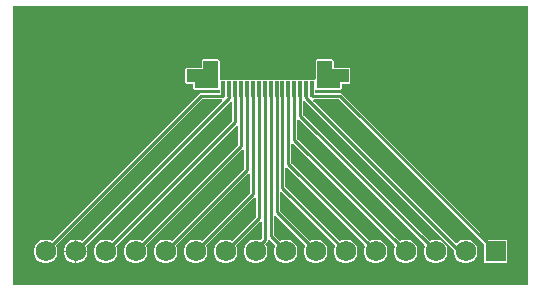
<source format=gtl>
G04*
G04 #@! TF.GenerationSoftware,Altium Limited,Altium Designer,24.5.2 (23)*
G04*
G04 Layer_Physical_Order=1*
G04 Layer_Color=255*
%FSLAX25Y25*%
%MOIN*%
G70*
G04*
G04 #@! TF.SameCoordinates,F3CFCEC6-EA25-4B68-AFD9-C952AC483B48*
G04*
G04*
G04 #@! TF.FilePolarity,Positive*
G04*
G01*
G75*
%ADD12C,0.01000*%
%ADD16R,0.01181X0.05512*%
%ADD17R,0.03937X0.03937*%
%ADD18C,0.06890*%
%ADD19R,0.06890X0.06890*%
G36*
X172426Y803D02*
X803D01*
Y93685D01*
X172426D01*
Y803D01*
D02*
G37*
%LPC*%
G36*
X107185Y76029D02*
X102264D01*
X101881Y75871D01*
X101723Y75488D01*
Y69737D01*
X101583Y69295D01*
X101223Y69295D01*
X73183D01*
Y66039D01*
X72683D01*
Y69295D01*
X70234D01*
X69874Y69295D01*
X69734Y69737D01*
Y75488D01*
X69576Y75871D01*
X69193Y76029D01*
X64272D01*
X63889Y75871D01*
X63731Y75488D01*
Y73273D01*
X58760D01*
X58377Y73115D01*
X58219Y72732D01*
Y68402D01*
X58377Y68019D01*
X58760Y67860D01*
X60975D01*
Y66433D01*
X61133Y66050D01*
X61516Y65892D01*
X69193D01*
X69374Y65967D01*
X69874Y65696D01*
Y64803D01*
X63524D01*
X63133Y64725D01*
X62803Y64504D01*
X13702Y15404D01*
X13251Y15664D01*
X12248Y15933D01*
X11209D01*
X10206Y15664D01*
X9306Y15145D01*
X8572Y14410D01*
X8052Y13511D01*
X7784Y12507D01*
Y11469D01*
X8052Y10465D01*
X8572Y9566D01*
X9306Y8832D01*
X10206Y8312D01*
X11209Y8043D01*
X12248D01*
X13251Y8312D01*
X14151Y8832D01*
X14885Y9566D01*
X15404Y10465D01*
X15673Y11469D01*
Y12507D01*
X15404Y13511D01*
X15144Y13962D01*
X63946Y62764D01*
X70355D01*
X70562Y62264D01*
X23702Y15404D01*
X23251Y15664D01*
X22248Y15933D01*
X21978D01*
Y12238D01*
X25673D01*
Y12507D01*
X25404Y13511D01*
X25144Y13962D01*
X73382Y62200D01*
X73882Y61993D01*
Y55584D01*
X33702Y15404D01*
X33251Y15664D01*
X32248Y15933D01*
X31209D01*
X30206Y15664D01*
X29306Y15145D01*
X28572Y14410D01*
X28052Y13511D01*
X27784Y12507D01*
Y11469D01*
X28052Y10465D01*
X28572Y9566D01*
X29306Y8832D01*
X30206Y8312D01*
X31209Y8043D01*
X32248D01*
X33251Y8312D01*
X34151Y8832D01*
X34885Y9566D01*
X35404Y10465D01*
X35673Y11469D01*
Y12507D01*
X35404Y13511D01*
X35144Y13962D01*
X75350Y54168D01*
X75850Y53961D01*
Y47552D01*
X43702Y15404D01*
X43251Y15664D01*
X42248Y15933D01*
X41209D01*
X40206Y15664D01*
X39306Y15145D01*
X38572Y14410D01*
X38052Y13511D01*
X37784Y12507D01*
Y11469D01*
X38052Y10465D01*
X38572Y9566D01*
X39306Y8832D01*
X40206Y8312D01*
X41209Y8043D01*
X42248D01*
X43251Y8312D01*
X44151Y8832D01*
X44885Y9566D01*
X45404Y10465D01*
X45673Y11469D01*
Y12507D01*
X45404Y13511D01*
X45144Y13962D01*
X77319Y46137D01*
X77819Y45930D01*
Y39521D01*
X53702Y15404D01*
X53251Y15664D01*
X52248Y15933D01*
X51209D01*
X50206Y15664D01*
X49306Y15145D01*
X48572Y14410D01*
X48052Y13511D01*
X47783Y12507D01*
Y11469D01*
X48052Y10465D01*
X48572Y9566D01*
X49306Y8832D01*
X50206Y8312D01*
X51209Y8043D01*
X52248D01*
X53251Y8312D01*
X54151Y8832D01*
X54885Y9566D01*
X55404Y10465D01*
X55673Y11469D01*
Y12507D01*
X55404Y13511D01*
X55144Y13962D01*
X79287Y38105D01*
X79787Y37898D01*
Y31489D01*
X63702Y15404D01*
X63251Y15664D01*
X62248Y15933D01*
X61209D01*
X60206Y15664D01*
X59306Y15145D01*
X58572Y14410D01*
X58052Y13511D01*
X57784Y12507D01*
Y11469D01*
X58052Y10465D01*
X58572Y9566D01*
X59306Y8832D01*
X60206Y8312D01*
X61209Y8043D01*
X62248D01*
X63251Y8312D01*
X64151Y8832D01*
X64885Y9566D01*
X65404Y10465D01*
X65673Y11469D01*
Y12507D01*
X65404Y13511D01*
X65144Y13962D01*
X81256Y30074D01*
X81756Y29867D01*
Y23458D01*
X73702Y15404D01*
X73251Y15664D01*
X72248Y15933D01*
X71209D01*
X70206Y15664D01*
X69306Y15145D01*
X68572Y14410D01*
X68052Y13511D01*
X67783Y12507D01*
Y11469D01*
X68052Y10465D01*
X68572Y9566D01*
X69306Y8832D01*
X70206Y8312D01*
X71209Y8043D01*
X72248D01*
X73251Y8312D01*
X74151Y8832D01*
X74885Y9566D01*
X75404Y10465D01*
X75673Y11469D01*
Y12507D01*
X75404Y13511D01*
X75144Y13962D01*
X83224Y22042D01*
X83724Y21835D01*
Y16388D01*
X83054Y15717D01*
X82248Y15933D01*
X81209D01*
X80206Y15664D01*
X79306Y15145D01*
X78572Y14410D01*
X78052Y13511D01*
X77784Y12507D01*
Y11469D01*
X78052Y10465D01*
X78572Y9566D01*
X79306Y8832D01*
X80206Y8312D01*
X81209Y8043D01*
X82248D01*
X83251Y8312D01*
X84151Y8832D01*
X84885Y9566D01*
X85404Y10465D01*
X85673Y11469D01*
Y12507D01*
X85404Y13511D01*
X84885Y14410D01*
X84758Y14537D01*
X85465Y15245D01*
X85686Y15575D01*
X85737Y15831D01*
X86081Y15994D01*
X86264Y16011D01*
X88313Y13962D01*
X88052Y13511D01*
X87783Y12507D01*
Y11469D01*
X88052Y10465D01*
X88572Y9566D01*
X89306Y8832D01*
X90206Y8312D01*
X91209Y8043D01*
X92248D01*
X93251Y8312D01*
X94151Y8832D01*
X94885Y9566D01*
X95404Y10465D01*
X95673Y11469D01*
Y12507D01*
X95404Y13511D01*
X94885Y14410D01*
X94151Y15145D01*
X93251Y15664D01*
X92248Y15933D01*
X91209D01*
X90206Y15664D01*
X89755Y15404D01*
X87732Y17426D01*
Y23835D01*
X88232Y24042D01*
X98313Y13962D01*
X98052Y13511D01*
X97783Y12507D01*
Y11469D01*
X98052Y10465D01*
X98572Y9566D01*
X99306Y8832D01*
X100206Y8312D01*
X101209Y8043D01*
X102248D01*
X103251Y8312D01*
X104151Y8832D01*
X104885Y9566D01*
X105404Y10465D01*
X105673Y11469D01*
Y12507D01*
X105404Y13511D01*
X104885Y14410D01*
X104151Y15145D01*
X103251Y15664D01*
X102248Y15933D01*
X101209D01*
X100206Y15664D01*
X99755Y15404D01*
X89701Y25458D01*
Y31867D01*
X90201Y32074D01*
X108313Y13962D01*
X108052Y13511D01*
X107783Y12507D01*
Y11469D01*
X108052Y10465D01*
X108572Y9566D01*
X109306Y8832D01*
X110206Y8312D01*
X111209Y8043D01*
X112248D01*
X113251Y8312D01*
X114151Y8832D01*
X114885Y9566D01*
X115404Y10465D01*
X115673Y11469D01*
Y12507D01*
X115404Y13511D01*
X114885Y14410D01*
X114151Y15145D01*
X113251Y15664D01*
X112248Y15933D01*
X111209D01*
X110206Y15664D01*
X109755Y15404D01*
X91669Y33489D01*
Y39898D01*
X92169Y40105D01*
X118313Y13962D01*
X118052Y13511D01*
X117783Y12507D01*
Y11469D01*
X118052Y10465D01*
X118572Y9566D01*
X119306Y8832D01*
X120206Y8312D01*
X121209Y8043D01*
X122248D01*
X123251Y8312D01*
X124151Y8832D01*
X124885Y9566D01*
X125404Y10465D01*
X125673Y11469D01*
Y12507D01*
X125404Y13511D01*
X124885Y14410D01*
X124151Y15145D01*
X123251Y15664D01*
X122248Y15933D01*
X121209D01*
X120206Y15664D01*
X119755Y15404D01*
X93638Y41521D01*
Y47930D01*
X94138Y48137D01*
X128313Y13962D01*
X128052Y13511D01*
X127784Y12507D01*
Y11469D01*
X128052Y10465D01*
X128572Y9566D01*
X129306Y8832D01*
X130206Y8312D01*
X131209Y8043D01*
X132248D01*
X133251Y8312D01*
X134151Y8832D01*
X134885Y9566D01*
X135404Y10465D01*
X135673Y11469D01*
Y12507D01*
X135404Y13511D01*
X134885Y14410D01*
X134151Y15145D01*
X133251Y15664D01*
X132248Y15933D01*
X131209D01*
X130206Y15664D01*
X129755Y15404D01*
X95606Y49552D01*
Y55961D01*
X96106Y56168D01*
X138313Y13962D01*
X138052Y13511D01*
X137784Y12507D01*
Y11469D01*
X138052Y10465D01*
X138572Y9566D01*
X139306Y8832D01*
X140206Y8312D01*
X141209Y8043D01*
X142248D01*
X143251Y8312D01*
X144151Y8832D01*
X144885Y9566D01*
X145404Y10465D01*
X145673Y11469D01*
Y12507D01*
X145404Y13511D01*
X144885Y14410D01*
X144151Y15145D01*
X143251Y15664D01*
X142248Y15933D01*
X141209D01*
X140206Y15664D01*
X139755Y15404D01*
X97575Y57584D01*
Y62047D01*
X98075Y62254D01*
X147792Y12537D01*
X147784Y12507D01*
Y11469D01*
X148052Y10465D01*
X148572Y9566D01*
X149306Y8832D01*
X150206Y8312D01*
X151209Y8043D01*
X152248D01*
X153251Y8312D01*
X154151Y8832D01*
X154885Y9566D01*
X155404Y10465D01*
X155673Y11469D01*
Y12507D01*
X155404Y13511D01*
X154885Y14410D01*
X154151Y15145D01*
X153251Y15664D01*
X152248Y15933D01*
X151209D01*
X150206Y15664D01*
X149306Y15145D01*
X148687Y14526D01*
X100949Y62264D01*
X101156Y62764D01*
X109511D01*
X157783Y14491D01*
Y8043D01*
X165673D01*
Y15933D01*
X159225D01*
X110654Y64504D01*
X110323Y64725D01*
X109933Y64803D01*
X101583D01*
Y65696D01*
X102083Y65967D01*
X102264Y65892D01*
X109941D01*
X110324Y66050D01*
X110482Y66433D01*
Y67860D01*
X112697D01*
X113080Y68019D01*
X113238Y68402D01*
Y72732D01*
X113080Y73115D01*
X112697Y73273D01*
X107726D01*
Y75488D01*
X107568Y75871D01*
X107185Y76029D01*
D02*
G37*
G36*
X21478Y15933D02*
X21209D01*
X20206Y15664D01*
X19306Y15145D01*
X18572Y14410D01*
X18052Y13511D01*
X17784Y12507D01*
Y12238D01*
X21478D01*
Y15933D01*
D02*
G37*
G36*
X25673Y11738D02*
X21978D01*
Y8043D01*
X22248D01*
X23251Y8312D01*
X24151Y8832D01*
X24885Y9566D01*
X25404Y10465D01*
X25673Y11469D01*
Y11738D01*
D02*
G37*
G36*
X21478D02*
X17784D01*
Y11469D01*
X18052Y10465D01*
X18572Y9566D01*
X19306Y8832D01*
X20206Y8312D01*
X21209Y8043D01*
X21478D01*
Y11738D01*
D02*
G37*
%LPD*%
G36*
X107185Y72732D02*
X112697D01*
Y68402D01*
X109941D01*
Y66433D01*
X102264D01*
Y75488D01*
X107185D01*
Y72732D01*
D02*
G37*
G36*
X69193Y66433D02*
X61516D01*
Y68402D01*
X58760D01*
Y72732D01*
X64272D01*
Y75488D01*
X69193D01*
Y66433D01*
D02*
G37*
D12*
X72843Y65949D02*
X72933Y66039D01*
X72843Y63102D02*
Y65949D01*
X21728Y11988D02*
X72843Y63102D01*
X11728Y11988D02*
X63524Y63784D01*
X70874D01*
X70965Y63874D01*
Y66039D01*
X74902Y55161D02*
Y66039D01*
X31728Y11988D02*
X74902Y55161D01*
X41728Y11988D02*
X76870Y47130D01*
Y66039D01*
X78839Y39098D02*
Y66039D01*
X51728Y11988D02*
X78839Y39098D01*
X80807Y31067D02*
Y66039D01*
X61728Y11988D02*
X80807Y31067D01*
X71728Y11988D02*
X82776Y23035D01*
Y66039D01*
X100492Y63874D02*
X100583Y63784D01*
X100492Y63874D02*
Y66039D01*
X100583Y63784D02*
X109933D01*
X161728Y11988D01*
X98614Y63157D02*
Y65949D01*
Y63157D02*
X148656Y13115D01*
X150601D01*
X151728Y11988D01*
X98524Y66039D02*
X98614Y65949D01*
X96555Y57161D02*
X141728Y11988D01*
X96555Y57161D02*
Y66039D01*
X94587Y49130D02*
X131728Y11988D01*
X94587Y49130D02*
Y66039D01*
X92618Y41098D02*
X121728Y11988D01*
X92618Y41098D02*
Y66039D01*
X90650Y33067D02*
Y66039D01*
Y33067D02*
X111728Y11988D01*
X88681Y25035D02*
Y66039D01*
Y25035D02*
X101728Y11988D01*
X86713Y17004D02*
Y66039D01*
Y17004D02*
X91728Y11988D01*
X81728Y12950D02*
X84744Y15966D01*
X81728Y11988D02*
Y12950D01*
X84744Y15966D02*
Y66039D01*
D16*
X70965D02*
D03*
X72933D02*
D03*
X74902D02*
D03*
X76870D02*
D03*
X78839D02*
D03*
X80807D02*
D03*
X82776D02*
D03*
X84744D02*
D03*
X86713D02*
D03*
X88681D02*
D03*
X90650D02*
D03*
X92618D02*
D03*
X94587D02*
D03*
X96555D02*
D03*
X98524D02*
D03*
X100492D02*
D03*
D17*
X65571Y69465D02*
D03*
X105886D02*
D03*
D18*
X11728Y11988D02*
D03*
X21728D02*
D03*
X31728D02*
D03*
X41728D02*
D03*
X51728D02*
D03*
X61728D02*
D03*
X71728D02*
D03*
X81728D02*
D03*
X91728D02*
D03*
X101728D02*
D03*
X111728D02*
D03*
X121728D02*
D03*
X131728D02*
D03*
X141728D02*
D03*
X151728D02*
D03*
D19*
X161728D02*
D03*
M02*

</source>
